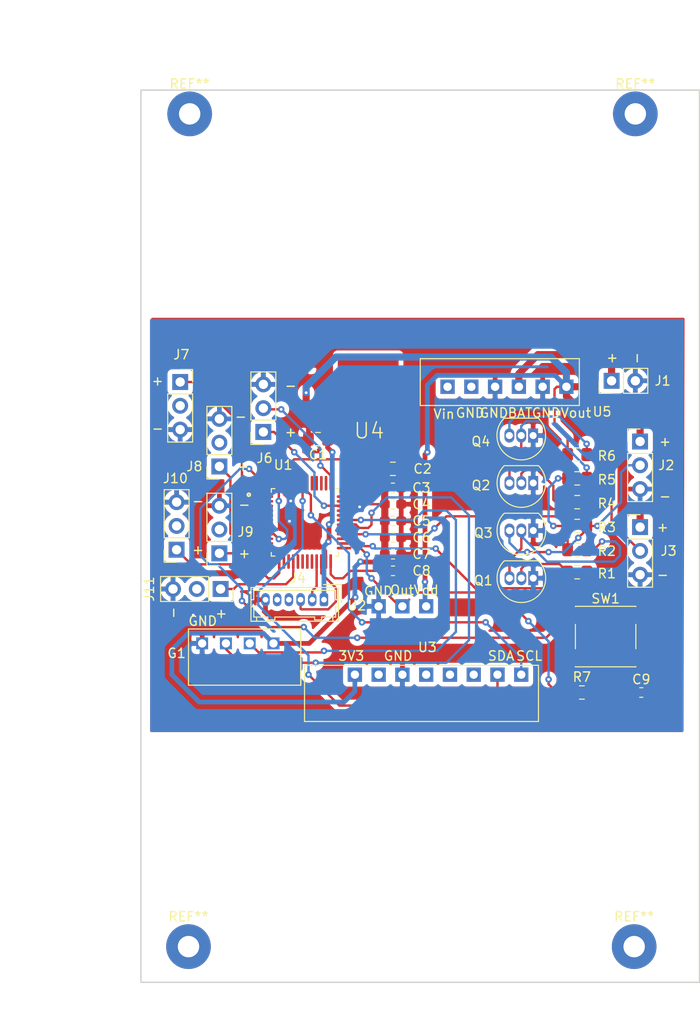
<source format=kicad_pcb>
(kicad_pcb (version 20171130) (host pcbnew "(5.1.12)-1")
  (title_block (title "PCB Template") (company "Illini Solar Car") (comment 1 "Designed By:"))
  (layers (0 F.Cu signal) (31 B.Cu signal) (34 B.Paste user) (35 F.Paste user) (36 B.SilkS user) (37 F.SilkS user) (38 B.Mask user) (39 F.Mask user) (44 Edge.Cuts user))
  (net 0 "")
  (net 1 GND)
  (net 2 +5V)
  (net 3 +3V3)
  (net 4 PA9)
  (net 5 PA10)
  (net 6 +3V8)
  (net 7 "Net-(J2-Pad2)")
  (net 8 "Net-(J3-Pad2)")
  (net 9 PA0)
  (net 10 PA1)
  (net 11 NRST)
  (net 12 PA14)
  (net 13 PA13)
  (net 14 "Net-(Q1-Pad3)")
  (net 15 "Net-(Q1-Pad2)")
  (net 16 "Net-(Q2-Pad3)")
  (net 17 "Net-(Q2-Pad2)")
  (net 18 PB14)
  (net 19 PB15)
  (net 20 PB7)
  (net 21 PB6)
  (net 22 PB13)
  (net 23 TX)
  (net 24 RX)
  (net 25 PA2)
  (net 26 PA3)
  (net 27 PA6)
  (module MountingHole:MountingHole_2.2mm_M2 (layer F.Cu) (at 114.427 66.04)
    (fp_text reference REF** (at 0 -3.2) (layer F.SilkS))
    (fp_text value MountingHole_2.2mm_M2)
    (pad "" np_thru_hole circle (at 0 0) (size 4.7752 4.7752) (drill 2.286) (layers *.Cu *.Mask))
  )
  (module MountingHole:MountingHole_2.2mm_M2 (layer F.Cu) (at 162.052 66.04)
    (fp_text reference REF** (at 0 -3.2) (layer F.SilkS))
    (fp_text value MountingHole_2.2mm_M2)
    (pad "" np_thru_hole circle (at 0 0) (size 4.7752 4.7752) (drill 2.286) (layers *.Cu *.Mask))
  )
  (module MountingHole:MountingHole_2.2mm_M2 (layer F.Cu) (at 161.925 154.94)
    (fp_text reference REF** (at 0 -3.2) (layer F.SilkS))
    (fp_text value MountingHole_2.2mm_M2)
    (pad "" np_thru_hole circle (at 0 0) (size 4.7752 4.7752) (drill 2.286) (layers *.Cu *.Mask))
  )
  (module MountingHole:MountingHole_2.2mm_M2 (layer F.Cu) (at 114.3 154.94)
    (fp_text reference REF** (at 0 -3.2) (layer F.SilkS))
    (fp_text value MountingHole_2.2mm_M2)
    (pad "" np_thru_hole circle (at 0 0) (size 4.7752 4.7752) (drill 2.286) (layers *.Cu *.Mask))
  )
  (module components_ece445:3v7_to_5V_boost (layer F.Cu) (at 147.066 95.171 180)
    (fp_text reference U5 (at -11.43 -2.667) (layer F.SilkS))
    (fp_text value 3v7_to_5V_boost)
    (fp_text user Vout (at -8.636 -2.794 180) (layer F.SilkS))
    (fp_text user BAT (at -2.667 -2.794 180) (layer F.SilkS))
    (fp_text user GND (at -5.461 -2.794 180) (layer F.SilkS))
    (fp_text user GND (at 0.127 -2.794 180) (layer F.SilkS))
    (fp_text user GND (at 2.667 -2.794 180) (layer F.SilkS))
    (fp_text user Vin (at 5.461 -2.921 180) (layer F.SilkS))
    (pad 6 thru_hole rect (at -7.62 0 180) (size 1.524 1.524) (drill 0.9) (layers *.Cu *.Mask) (net 2 +5V))
    (pad 5 thru_hole rect (at -5.08 0 180) (size 1.524 1.524) (drill 0.9) (layers *.Cu *.Mask) (net 1 GND))
    (pad 4 thru_hole rect (at -2.54 0 180) (size 1.524 1.524) (drill 0.9) (layers *.Cu *.Mask) (net 6 +3V8))
    (pad 3 thru_hole rect (at 0 0 180) (size 1.524 1.524) (drill 0.9) (layers *.Cu *.Mask) (net 1 GND))
    (pad 2 thru_hole rect (at 2.54 0 180) (size 1.524 1.524) (drill 0.9) (layers *.Cu *.Mask))
    (pad 1 thru_hole rect (at 5.08 0 180) (size 1.524 1.524) (drill 0.9) (layers *.Cu *.Mask))
  )
  (module Connector_Hirose:Hirose_DF13-06P-1.25DSA_1x06_P1.25mm_Vertical (layer F.Cu) (at 128.778 117.904 180)
    (fp_text reference J4 (at 2.794 2.286) (layer F.SilkS))
    (fp_text value Conn_01x06)
    (pad 6 thru_hole oval (at 6.25 0 180) (size 0.9 1.4) (drill 0.6) (layers *.Cu *.Mask) (net 1 GND))
    (pad 5 thru_hole oval (at 5 0 180) (size 0.9 1.4) (drill 0.6) (layers *.Cu *.Mask))
    (pad 4 thru_hole oval (at 3.75 0 180) (size 0.9 1.4) (drill 0.6) (layers *.Cu *.Mask))
    (pad 3 thru_hole oval (at 2.5 0 180) (size 0.9 1.4) (drill 0.6) (layers *.Cu *.Mask) (net 23 TX))
    (pad 2 thru_hole oval (at 1.25 0 180) (size 0.9 1.4) (drill 0.6) (layers *.Cu *.Mask) (net 24 RX))
    (pad 1 thru_hole roundrect (at 0 0 180) (size 0.9 1.4) (drill 0.6) (layers *.Cu *.Mask) (net 2 +5V))
  )
  (module components_ece445:GPS_NEO_6M_module (layer F.Cu) (at 118.3 120.03)
    (fp_text reference G1 (at -5.27 3.589) (layer F.SilkS))
    (fp_text value GPS_NEO_6M_module)
    (fp_text user GND (at -2.476 0.16) (layer F.SilkS))
    (pad 4 thru_hole rect (at -2.54 2.54) (size 1.27 1.27) (drill 0.889) (layers *.Cu *.Mask) (net 1 GND))
    (pad 3 thru_hole rect (at 0 2.54) (size 1.27 1.27) (drill 0.889) (layers *.Cu *.Mask) (net 4 PA9))
    (pad 2 thru_hole rect (at 2.54 2.54) (size 1.27 1.27) (drill 0.889) (layers *.Cu *.Mask) (net 5 PA10))
    (pad 1 thru_hole rect (at 5.08 2.54) (size 1.27 1.27) (drill 0.889) (layers *.Cu *.Mask) (net 3 +3V3))
  )
  (module Resistor_SMD:R_0805_2012Metric_Pad1.15x1.40mm_HandSolder (layer F.Cu) (at 156.337 127.81)
    (fp_text reference R7 (at 0 -1.65) (layer F.SilkS))
    (fp_text value 10K)
    (pad 2 smd roundrect (at 1.025 0) (size 1.15 1.4) (layers F.Cu F.Paste F.Mask) (roundrect_rratio 0.2173904347826087) (net 11 NRST))
    (pad 1 smd roundrect (at -1.025 0) (size 1.15 1.4) (layers F.Cu F.Paste F.Mask) (roundrect_rratio 0.2173904347826087) (net 3 +3V3))
  )
  (module Resistor_SMD:R_0805_2012Metric_Pad1.15x1.40mm_HandSolder (layer F.Cu) (at 155.84 102.41)
    (fp_text reference R6 (at 3.164 0.142) (layer F.SilkS))
    (fp_text value 1K)
    (pad 2 smd roundrect (at 1.025 0) (size 1.15 1.4) (layers F.Cu F.Paste F.Mask) (roundrect_rratio 0.2173904347826087) (net 8 "Net-(J3-Pad2)"))
    (pad 1 smd roundrect (at -1.025 0) (size 1.15 1.4) (layers F.Cu F.Paste F.Mask) (roundrect_rratio 0.2173904347826087) (net 2 +5V))
  )
  (module Resistor_SMD:R_0805_2012Metric_Pad1.15x1.40mm_HandSolder (layer F.Cu) (at 155.84 104.95)
    (fp_text reference R5 (at 3.164 0.142) (layer F.SilkS))
    (fp_text value 4.7K)
    (pad 2 smd roundrect (at 1.025 0) (size 1.15 1.4) (layers F.Cu F.Paste F.Mask) (roundrect_rratio 0.2173904347826087) (net 16 "Net-(Q2-Pad3)"))
    (pad 1 smd roundrect (at -1.025 0) (size 1.15 1.4) (layers F.Cu F.Paste F.Mask) (roundrect_rratio 0.2173904347826087) (net 2 +5V))
  )
  (module Resistor_SMD:R_0805_2012Metric_Pad1.15x1.40mm_HandSolder (layer F.Cu) (at 155.84 107.49)
    (fp_text reference R4 (at 3.164 0.142) (layer F.SilkS))
    (fp_text value 4.7K)
    (pad 2 smd roundrect (at 1.025 0) (size 1.15 1.4) (layers F.Cu F.Paste F.Mask) (roundrect_rratio 0.2173904347826087) (net 19 PB15))
    (pad 1 smd roundrect (at -1.025 0) (size 1.15 1.4) (layers F.Cu F.Paste F.Mask) (roundrect_rratio 0.2173904347826087) (net 17 "Net-(Q2-Pad2)"))
  )
  (module Resistor_SMD:R_0805_2012Metric_Pad1.15x1.40mm_HandSolder (layer F.Cu) (at 155.84 110.03)
    (fp_text reference R3 (at 3.164 0.142) (layer F.SilkS))
    (fp_text value 1K)
    (pad 2 smd roundrect (at 1.025 0) (size 1.15 1.4) (layers F.Cu F.Paste F.Mask) (roundrect_rratio 0.2173904347826087) (net 7 "Net-(J2-Pad2)"))
    (pad 1 smd roundrect (at -1.025 0) (size 1.15 1.4) (layers F.Cu F.Paste F.Mask) (roundrect_rratio 0.2173904347826087) (net 2 +5V))
  )
  (module Resistor_SMD:R_0805_2012Metric_Pad1.15x1.40mm_HandSolder (layer F.Cu) (at 155.84 112.57)
    (fp_text reference R2 (at 3.164 0.142) (layer F.SilkS))
    (fp_text value 4.7K)
    (pad 2 smd roundrect (at 1.025 0) (size 1.15 1.4) (layers F.Cu F.Paste F.Mask) (roundrect_rratio 0.2173904347826087) (net 14 "Net-(Q1-Pad3)"))
    (pad 1 smd roundrect (at -1.025 0) (size 1.15 1.4) (layers F.Cu F.Paste F.Mask) (roundrect_rratio 0.2173904347826087) (net 2 +5V))
  )
  (module Resistor_SMD:R_0805_2012Metric_Pad1.15x1.40mm_HandSolder (layer F.Cu) (at 155.84 114.968)
    (fp_text reference R1 (at 3.164 0.142) (layer F.SilkS))
    (fp_text value 4.7K)
    (pad 2 smd roundrect (at 1.025 0) (size 1.15 1.4) (layers F.Cu F.Paste F.Mask) (roundrect_rratio 0.2173904347826087) (net 18 PB14))
    (pad 1 smd roundrect (at -1.025 0) (size 1.15 1.4) (layers F.Cu F.Paste F.Mask) (roundrect_rratio 0.2173904347826087) (net 15 "Net-(Q1-Pad2)"))
  )
  (module components_ece445:compass_accelerometer (layer F.Cu) (at 139.7 125.905)
    (fp_text reference U3 (at 0.127 -2.921) (layer F.SilkS))
    (fp_text value compass_accelerometer)
    (fp_text user SCL (at 11 -2) (layer F.SilkS))
    (fp_text user SDA (at 8 -2) (layer F.SilkS))
    (fp_text user 3V3 (at -8 -2) (layer F.SilkS))
    (fp_text user GND (at -3 -2) (layer F.SilkS))
    (pad 2 thru_hole rect (at 10.16 0) (size 1.524 1.524) (drill 0.889) (layers *.Cu *.Mask) (net 21 PB6))
    (pad 3 thru_hole rect (at 7.62 0) (size 1.524 1.524) (drill 0.889) (layers *.Cu *.Mask) (net 20 PB7))
    (pad 4 thru_hole rect (at 5.08 0) (size 1.524 1.524) (drill 0.889) (layers *.Cu *.Mask))
    (pad 5 thru_hole rect (at 2.54 0) (size 1.524 1.524) (drill 0.889) (layers *.Cu *.Mask))
    (pad 6 thru_hole rect (at 0 0) (size 1.524 1.524) (drill 0.889) (layers *.Cu *.Mask))
    (pad 7 thru_hole rect (at -2.54 0) (size 1.524 1.524) (drill 0.889) (layers *.Cu *.Mask) (net 1 GND))
    (pad 8 thru_hole rect (at -5.08 0) (size 1.524 1.524) (drill 0.889) (layers *.Cu *.Mask))
    (pad 1 thru_hole rect (at -7.62 0) (size 1.524 1.524) (drill 0.889) (layers *.Cu *.Mask) (net 3 +3V3))
  )
  (module Connector_PinSocket_2.54mm:PinSocket_1x03_P2.54mm_Vertical (layer F.Cu) (at 117.729 116.761 270)
    (fp_text reference J11 (at 0 7.62 90) (layer F.SilkS))
    (fp_text value Conn_01x03-Connector_Generic)
    (fp_text user + (at 2.667 0 270) (layer F.SilkS))
    (fp_text user - (at 2.54 5.08 270) (layer F.SilkS))
    (pad 1 thru_hole rect (at 0 0 270) (size 1.7 1.7) (drill 1) (layers *.Cu *.Mask) (net 27 PA6))
    (pad 2 thru_hole oval (at 0 2.54 270) (size 1.7 1.7) (drill 1) (layers *.Cu *.Mask))
    (pad 3 thru_hole oval (at 0 5.08 270) (size 1.7 1.7) (drill 1) (layers *.Cu *.Mask) (net 1 GND))
  )
  (module Connector_PinSocket_2.54mm:PinSocket_1x03_P2.54mm_Vertical (layer F.Cu) (at 113.03 112.57 180)
    (fp_text reference J10 (at 0.127 7.62) (layer F.SilkS))
    (fp_text value Conn_01x03-Connector_Generic)
    (fp_text user + (at -2.286 0 180) (layer F.SilkS))
    (fp_text user - (at -2.286 5.207 180) (layer F.SilkS))
    (pad 1 thru_hole rect (at 0 0 180) (size 1.7 1.7) (drill 1) (layers *.Cu *.Mask) (net 26 PA3))
    (pad 2 thru_hole oval (at 0 2.54 180) (size 1.7 1.7) (drill 1) (layers *.Cu *.Mask))
    (pad 3 thru_hole oval (at 0 5.08 180) (size 1.7 1.7) (drill 1) (layers *.Cu *.Mask) (net 1 GND))
  )
  (module Connector_PinSocket_2.54mm:PinSocket_1x03_P2.54mm_Vertical (layer F.Cu) (at 117.602 112.951 180)
    (fp_text reference J9 (at -2.794 2.286) (layer F.SilkS))
    (fp_text value Conn_01x03-Connector_Generic)
    (fp_text user + (at -2.667 0 180) (layer F.SilkS))
    (fp_text user - (at -2.667 5.207 180) (layer F.SilkS))
    (pad 1 thru_hole rect (at 0 0 180) (size 1.7 1.7) (drill 1) (layers *.Cu *.Mask) (net 25 PA2))
    (pad 2 thru_hole oval (at 0 2.54 180) (size 1.7 1.7) (drill 1) (layers *.Cu *.Mask))
    (pad 3 thru_hole oval (at 0 5.08 180) (size 1.7 1.7) (drill 1) (layers *.Cu *.Mask) (net 1 GND))
  )
  (module Connector_PinSocket_2.54mm:PinSocket_1x03_P2.54mm_Vertical (layer F.Cu) (at 117.602 103.68 180)
    (fp_text reference J8 (at 2.667 0) (layer F.SilkS))
    (fp_text value Conn_01x03-Connector_Generic)
    (fp_text user + (at -2.54 0 180) (layer F.SilkS))
    (fp_text user - (at -2.286 5.334 180) (layer F.SilkS))
    (pad 1 thru_hole rect (at 0 0 180) (size 1.7 1.7) (drill 1) (layers *.Cu *.Mask) (net 10 PA1))
    (pad 2 thru_hole oval (at 0 2.54 180) (size 1.7 1.7) (drill 1) (layers *.Cu *.Mask))
    (pad 3 thru_hole oval (at 0 5.08 180) (size 1.7 1.7) (drill 1) (layers *.Cu *.Mask) (net 1 GND))
  )
  (module Connector_PinSocket_2.54mm:PinSocket_1x03_P2.54mm_Vertical (layer F.Cu) (at 113.411 94.663)
    (fp_text reference J7 (at 0.127 -2.921) (layer F.SilkS))
    (fp_text value Conn_01x03-Connector_Generic)
    (fp_text user + (at -2.413 -0.127) (layer F.SilkS))
    (fp_text user - (at -2.413 4.953) (layer F.SilkS))
    (pad 1 thru_hole rect (at 0 0) (size 1.7 1.7) (drill 1) (layers *.Cu *.Mask) (net 9 PA0))
    (pad 2 thru_hole oval (at 0 2.54) (size 1.7 1.7) (drill 1) (layers *.Cu *.Mask))
    (pad 3 thru_hole oval (at 0 5.08) (size 1.7 1.7) (drill 1) (layers *.Cu *.Mask) (net 1 GND))
  )
  (module Connector_PinSocket_2.54mm:PinSocket_1x03_P2.54mm_Vertical (layer F.Cu) (at 122.301 99.997 180)
    (fp_text reference J6 (at -0.127 -2.794) (layer F.SilkS))
    (fp_text value Conn_01x03-Connector_Generic)
    (fp_text user + (at -2.921 0 180) (layer F.SilkS))
    (fp_text user - (at -2.921 4.953 180) (layer F.SilkS))
    (pad 3 thru_hole oval (at 0 5.08 180) (size 1.7 1.7) (drill 1) (layers *.Cu *.Mask) (net 1 GND))
    (pad 2 thru_hole oval (at 0 2.54 180) (size 1.7 1.7) (drill 1) (layers *.Cu *.Mask) (net 12 PA14))
    (pad 1 thru_hole rect (at 0 0 180) (size 1.7 1.7) (drill 1) (layers *.Cu *.Mask) (net 13 PA13))
  )
  (module LM1117DT-3_1:TO228P970X238-3N (layer F.Cu) (at 133.35 95.171 270)
    (fp_text reference U4 (at 4.699 -0.254) (layer F.SilkS) (effects (font (size 1.642622 1.642622))))
    (fp_text value LM1117-3.3)
    (pad 2 smd rect (at 0 -0.1524 270) (size 6.731 6.5024) (layers F.Cu F.Paste F.Mask) (net 3 +3V3))
    (pad 3 smd rect (at 2.286 6.5024 270) (size 0.889 1.2192) (layers F.Cu F.Paste F.Mask) (net 2 +5V))
    (pad 1 smd rect (at -2.286 6.5024 270) (size 0.889 1.2192) (layers F.Cu F.Paste F.Mask) (net 1 GND))
  )
  (module components_ece445:shaft_encoder (layer F.Cu) (at 137.16 118.61266)
    (fp_text reference U2 (at -4.86156 -0.07366) (layer F.SilkS))
    (fp_text value Shaft_encoder)
    (fp_text user GND (at -2.57556 -1.59766) (layer F.SilkS))
    (fp_text user Out (at -0.03556 -1.72466) (layer F.SilkS))
    (fp_text user Vdd (at 2.54 -1.72466) (layer F.SilkS))
    (pad 3 thru_hole rect (at -2.54 0) (size 1.524 1.524) (drill 0.889) (layers *.Cu *.Mask) (net 1 GND))
    (pad 2 thru_hole rect (at 0 0) (size 1.524 1.524) (drill 0.889) (layers *.Cu *.Mask) (net 22 PB13))
    (pad 1 thru_hole rect (at 2.54 0) (size 1.524 1.524) (drill 0.889) (layers *.Cu *.Mask) (net 2 +5V))
  )
  (module STM32F103C8T6:QFP50P900X900X160-48N (layer F.Cu) (at 126.746 109.649)
    (fp_text reference U1 (at -2.325 -6.135) (layer F.SilkS))
    (fp_text value STM32F103C8T6)
    (pad 1 smd roundrect (at -4.18 -2.75 90) (size 0.28 1.56) (layers F.Cu F.Paste F.Mask) (roundrect_rratio 0.39))
    (pad 2 smd roundrect (at -4.18 -2.25 90) (size 0.28 1.56) (layers F.Cu F.Paste F.Mask) (roundrect_rratio 0.39))
    (pad 3 smd roundrect (at -4.18 -1.75 90) (size 0.28 1.56) (layers F.Cu F.Paste F.Mask) (roundrect_rratio 0.39))
    (pad 4 smd roundrect (at -4.18 -1.25 90) (size 0.28 1.56) (layers F.Cu F.Paste F.Mask) (roundrect_rratio 0.39))
    (pad 5 smd roundrect (at -4.18 -0.75 90) (size 0.28 1.56) (layers F.Cu F.Paste F.Mask) (roundrect_rratio 0.39))
    (pad 6 smd roundrect (at -4.18 -0.25 90) (size 0.28 1.56) (layers F.Cu F.Paste F.Mask) (roundrect_rratio 0.39))
    (pad 7 smd roundrect (at -4.18 0.25 90) (size 0.28 1.56) (layers F.Cu F.Paste F.Mask) (roundrect_rratio 0.39) (net 11 NRST))
    (pad 8 smd roundrect (at -4.18 0.75 90) (size 0.28 1.56) (layers F.Cu F.Paste F.Mask) (roundrect_rratio 0.39) (net 1 GND))
    (pad 9 smd roundrect (at -4.18 1.25 90) (size 0.28 1.56) (layers F.Cu F.Paste F.Mask) (roundrect_rratio 0.39) (net 3 +3V3))
    (pad 10 smd roundrect (at -4.18 1.75 90) (size 0.28 1.56) (layers F.Cu F.Paste F.Mask) (roundrect_rratio 0.39) (net 9 PA0))
    (pad 11 smd roundrect (at -4.18 2.25 90) (size 0.28 1.56) (layers F.Cu F.Paste F.Mask) (roundrect_rratio 0.39) (net 10 PA1))
    (pad 12 smd roundrect (at -4.18 2.75 90) (size 0.28 1.56) (layers F.Cu F.Paste F.Mask) (roundrect_rratio 0.39) (net 25 PA2))
    (pad 13 smd roundrect (at -2.75 4.18) (size 0.28 1.56) (layers F.Cu F.Paste F.Mask) (roundrect_rratio 0.39) (net 26 PA3))
    (pad 14 smd roundrect (at -2.25 4.18) (size 0.28 1.56) (layers F.Cu F.Paste F.Mask) (roundrect_rratio 0.39))
    (pad 15 smd roundrect (at -1.75 4.18) (size 0.28 1.56) (layers F.Cu F.Paste F.Mask) (roundrect_rratio 0.39))
    (pad 16 smd roundrect (at -1.25 4.18) (size 0.28 1.56) (layers F.Cu F.Paste F.Mask) (roundrect_rratio 0.39) (net 27 PA6))
    (pad 17 smd roundrect (at -0.75 4.18) (size 0.28 1.56) (layers F.Cu F.Paste F.Mask) (roundrect_rratio 0.39))
    (pad 18 smd roundrect (at -0.25 4.18) (size 0.28 1.56) (layers F.Cu F.Paste F.Mask) (roundrect_rratio 0.39))
    (pad 19 smd roundrect (at 0.25 4.18) (size 0.28 1.56) (layers F.Cu F.Paste F.Mask) (roundrect_rratio 0.39))
    (pad 20 smd roundrect (at 0.75 4.18) (size 0.28 1.56) (layers F.Cu F.Paste F.Mask) (roundrect_rratio 0.39))
    (pad 21 smd roundrect (at 1.25 4.18) (size 0.28 1.56) (layers F.Cu F.Paste F.Mask) (roundrect_rratio 0.39) (net 24 RX))
    (pad 22 smd roundrect (at 1.75 4.18) (size 0.28 1.56) (layers F.Cu F.Paste F.Mask) (roundrect_rratio 0.39) (net 23 TX))
    (pad 23 smd roundrect (at 2.25 4.18) (size 0.28 1.56) (layers F.Cu F.Paste F.Mask) (roundrect_rratio 0.39) (net 1 GND))
    (pad 24 smd roundrect (at 2.75 4.18) (size 0.28 1.56) (layers F.Cu F.Paste F.Mask) (roundrect_rratio 0.39) (net 3 +3V3))
    (pad 25 smd roundrect (at 4.18 2.75 90) (size 0.28 1.56) (layers F.Cu F.Paste F.Mask) (roundrect_rratio 0.39))
    (pad 26 smd roundrect (at 4.18 2.25 90) (size 0.28 1.56) (layers F.Cu F.Paste F.Mask) (roundrect_rratio 0.39) (net 22 PB13))
    (pad 27 smd roundrect (at 4.18 1.75 90) (size 0.28 1.56) (layers F.Cu F.Paste F.Mask) (roundrect_rratio 0.39) (net 18 PB14))
    (pad 28 smd roundrect (at 4.18 1.25 90) (size 0.28 1.56) (layers F.Cu F.Paste F.Mask) (roundrect_rratio 0.39) (net 19 PB15))
    (pad 29 smd roundrect (at 4.18 0.75 90) (size 0.28 1.56) (layers F.Cu F.Paste F.Mask) (roundrect_rratio 0.39))
    (pad 30 smd roundrect (at 4.18 0.25 90) (size 0.28 1.56) (layers F.Cu F.Paste F.Mask) (roundrect_rratio 0.39) (net 4 PA9))
    (pad 31 smd roundrect (at 4.18 -0.25 90) (size 0.28 1.56) (layers F.Cu F.Paste F.Mask) (roundrect_rratio 0.39) (net 5 PA10))
    (pad 32 smd roundrect (at 4.18 -0.75 90) (size 0.28 1.56) (layers F.Cu F.Paste F.Mask) (roundrect_rratio 0.39))
    (pad 33 smd roundrect (at 4.18 -1.25 90) (size 0.28 1.56) (layers F.Cu F.Paste F.Mask) (roundrect_rratio 0.39))
    (pad 34 smd roundrect (at 4.18 -1.75 90) (size 0.28 1.56) (layers F.Cu F.Paste F.Mask) (roundrect_rratio 0.39) (net 13 PA13))
    (pad 35 smd roundrect (at 4.18 -2.25 90) (size 0.28 1.56) (layers F.Cu F.Paste F.Mask) (roundrect_rratio 0.39) (net 1 GND))
    (pad 36 smd roundrect (at 4.18 -2.75 90) (size 0.28 1.56) (layers F.Cu F.Paste F.Mask) (roundrect_rratio 0.39) (net 3 +3V3))
    (pad 37 smd roundrect (at 2.75 -4.18) (size 0.28 1.56) (layers F.Cu F.Paste F.Mask) (roundrect_rratio 0.39) (net 12 PA14))
    (pad 38 smd roundrect (at 2.25 -4.18) (size 0.28 1.56) (layers F.Cu F.Paste F.Mask) (roundrect_rratio 0.39))
    (pad 39 smd roundrect (at 1.75 -4.18) (size 0.28 1.56) (layers F.Cu F.Paste F.Mask) (roundrect_rratio 0.39))
    (pad 40 smd roundrect (at 1.25 -4.18) (size 0.28 1.56) (layers F.Cu F.Paste F.Mask) (roundrect_rratio 0.39))
    (pad 41 smd roundrect (at 0.75 -4.18) (size 0.28 1.56) (layers F.Cu F.Paste F.Mask) (roundrect_rratio 0.39))
    (pad 42 smd roundrect (at 0.25 -4.18) (size 0.28 1.56) (layers F.Cu F.Paste F.Mask) (roundrect_rratio 0.39) (net 21 PB6))
    (pad 43 smd roundrect (at -0.25 -4.18) (size 0.28 1.56) (layers F.Cu F.Paste F.Mask) (roundrect_rratio 0.39) (net 20 PB7))
    (pad 44 smd roundrect (at -0.75 -4.18) (size 0.28 1.56) (layers F.Cu F.Paste F.Mask) (roundrect_rratio 0.39) (net 1 GND))
    (pad 45 smd roundrect (at -1.25 -4.18) (size 0.28 1.56) (layers F.Cu F.Paste F.Mask) (roundrect_rratio 0.39))
    (pad 46 smd roundrect (at -1.75 -4.18) (size 0.28 1.56) (layers F.Cu F.Paste F.Mask) (roundrect_rratio 0.39))
    (pad 47 smd roundrect (at -2.25 -4.18) (size 0.28 1.56) (layers F.Cu F.Paste F.Mask) (roundrect_rratio 0.39) (net 1 GND))
    (pad 48 smd roundrect (at -2.75 -4.18) (size 0.28 1.56) (layers F.Cu F.Paste F.Mask) (roundrect_rratio 0.39) (net 3 +3V3))
  )
  (module Button_Switch_SMD:SW_SPST_PTS645 (layer F.Cu) (at 158.877 121.841)
    (fp_text reference SW1 (at 0 -4.05) (layer F.SilkS))
    (fp_text value SW_Push)
    (pad 2 smd rect (at 3.98 2.25) (size 1.55 1.3) (layers F.Cu F.Paste F.Mask) (net 1 GND))
    (pad 1 smd rect (at 3.98 -2.25) (size 1.55 1.3) (layers F.Cu F.Paste F.Mask) (net 11 NRST))
    (pad 1 smd rect (at -3.98 -2.25) (size 1.55 1.3) (layers F.Cu F.Paste F.Mask) (net 11 NRST))
    (pad 2 smd rect (at -3.98 2.25) (size 1.55 1.3) (layers F.Cu F.Paste F.Mask) (net 1 GND))
  )
  (module Package_TO_SOT_THT:TO-92_Inline (layer F.Cu) (at 151.13 100.378 180)
    (fp_text reference Q4 (at 5.588 -0.635) (layer F.SilkS))
    (fp_text value 2N3904)
    (pad 1 thru_hole rect (at 0 0 180) (size 1.05 1.5) (drill 0.75) (layers *.Cu *.Mask) (net 1 GND))
    (pad 3 thru_hole oval (at 2.54 0 180) (size 1.05 1.5) (drill 0.75) (layers *.Cu *.Mask) (net 8 "Net-(J3-Pad2)"))
    (pad 2 thru_hole oval (at 1.27 0 180) (size 1.05 1.5) (drill 0.75) (layers *.Cu *.Mask) (net 16 "Net-(Q2-Pad3)"))
  )
  (module Package_TO_SOT_THT:TO-92_Inline (layer F.Cu) (at 151.141 110.523 180)
    (fp_text reference Q3 (at 5.334 -0.254) (layer F.SilkS))
    (fp_text value 2N3904)
    (pad 1 thru_hole rect (at 0 0 180) (size 1.05 1.5) (drill 0.75) (layers *.Cu *.Mask) (net 1 GND))
    (pad 3 thru_hole oval (at 2.54 0 180) (size 1.05 1.5) (drill 0.75) (layers *.Cu *.Mask) (net 7 "Net-(J2-Pad2)"))
    (pad 2 thru_hole oval (at 1.27 0 180) (size 1.05 1.5) (drill 0.75) (layers *.Cu *.Mask) (net 14 "Net-(Q1-Pad3)"))
  )
  (module Package_TO_SOT_THT:TO-92_Inline (layer F.Cu) (at 151.141 105.443 180)
    (fp_text reference Q2 (at 5.588 -0.254) (layer F.SilkS))
    (fp_text value 2N3904)
    (pad 1 thru_hole rect (at 0 0 180) (size 1.05 1.5) (drill 0.75) (layers *.Cu *.Mask) (net 1 GND))
    (pad 3 thru_hole oval (at 2.54 0 180) (size 1.05 1.5) (drill 0.75) (layers *.Cu *.Mask) (net 16 "Net-(Q2-Pad3)"))
    (pad 2 thru_hole oval (at 1.27 0 180) (size 1.05 1.5) (drill 0.75) (layers *.Cu *.Mask) (net 17 "Net-(Q2-Pad2)"))
  )
  (module Package_TO_SOT_THT:TO-92_Inline (layer F.Cu) (at 151.141 115.603 180)
    (fp_text reference Q1 (at 5.334 -0.254) (layer F.SilkS))
    (fp_text value 2N3904)
    (pad 1 thru_hole rect (at 0 0 180) (size 1.05 1.5) (drill 0.75) (layers *.Cu *.Mask) (net 1 GND))
    (pad 3 thru_hole oval (at 2.54 0 180) (size 1.05 1.5) (drill 0.75) (layers *.Cu *.Mask) (net 14 "Net-(Q1-Pad3)"))
    (pad 2 thru_hole oval (at 1.27 0 180) (size 1.05 1.5) (drill 0.75) (layers *.Cu *.Mask) (net 15 "Net-(Q1-Pad2)"))
  )
  (module Connector_PinHeader_2.54mm:PinHeader_1x03_P2.54mm_Vertical (layer F.Cu) (at 162.56 110.157)
    (fp_text reference J3 (at 3.048 2.54) (layer F.SilkS))
    (fp_text value Conn_01x03)
    (fp_text user + (at 2.413 0) (layer F.SilkS))
    (fp_text user - (at 2.413 5.08) (layer F.SilkS))
    (pad 3 thru_hole oval (at 0 5.08) (size 1.7 1.7) (drill 1) (layers *.Cu *.Mask) (net 1 GND))
    (pad 2 thru_hole oval (at 0 2.54) (size 1.7 1.7) (drill 1) (layers *.Cu *.Mask) (net 8 "Net-(J3-Pad2)"))
    (pad 1 thru_hole rect (at 0 0) (size 1.7 1.7) (drill 1) (layers *.Cu *.Mask) (net 2 +5V))
  )
  (module Connector_PinHeader_2.54mm:PinHeader_1x03_P2.54mm_Vertical (layer F.Cu) (at 162.56 101.013)
    (fp_text reference J2 (at 2.794 2.54) (layer F.SilkS))
    (fp_text value Conn_01x03)
    (fp_text user + (at 2.667 0) (layer F.SilkS))
    (fp_text user - (at 2.667 5.842) (layer F.SilkS))
    (pad 3 thru_hole oval (at 0 5.08) (size 1.7 1.7) (drill 1) (layers *.Cu *.Mask) (net 1 GND))
    (pad 2 thru_hole oval (at 0 2.54) (size 1.7 1.7) (drill 1) (layers *.Cu *.Mask) (net 7 "Net-(J2-Pad2)"))
    (pad 1 thru_hole rect (at 0 0) (size 1.7 1.7) (drill 1) (layers *.Cu *.Mask) (net 2 +5V))
  )
  (module Connector_PinHeader_2.54mm:PinHeader_1x02_P2.54mm_Vertical (layer F.Cu) (at 159.512 94.536 90)
    (fp_text reference J1 (at 0 5.461 180) (layer F.SilkS))
    (fp_text value Conn_01x02)
    (fp_text user + (at 2.413 0 90) (layer F.SilkS))
    (fp_text user - (at 2.413 2.667 90) (layer F.SilkS))
    (pad 2 thru_hole oval (at 0 2.54 90) (size 1.7 1.7) (drill 1) (layers *.Cu *.Mask) (net 1 GND))
    (pad 1 thru_hole rect (at 0 0 90) (size 1.7 1.7) (drill 1) (layers *.Cu *.Mask) (net 6 +3V8))
  )
  (module Capacitor_SMD:C_0603_1608Metric_Pad1.05x0.95mm_HandSolder (layer F.Cu) (at 162.687 127.81)
    (fp_text reference C9 (at 0 -1.397) (layer F.SilkS))
    (fp_text value 100nF)
    (pad 2 smd roundrect (at 0.875 0) (size 1.05 0.95) (layers F.Cu F.Paste F.Mask) (net 1 GND))
    (pad 1 smd roundrect (at -0.875 0) (size 1.05 0.95) (layers F.Cu F.Paste F.Mask) (net 11 NRST))
  )
  (module Capacitor_SMD:C_0603_1608Metric_Pad1.05x0.95mm_HandSolder (layer F.Cu) (at 136.15586 114.82274)
    (fp_text reference C8 (at 3.048 0) (layer F.SilkS))
    (fp_text value 100nF)
    (pad 2 smd roundrect (at 0.875 0) (size 1.05 0.95) (layers F.Cu F.Paste F.Mask) (net 1 GND))
    (pad 1 smd roundrect (at -0.875 0) (size 1.05 0.95) (layers F.Cu F.Paste F.Mask) (net 3 +3V3))
  )
  (module Capacitor_SMD:C_0603_1608Metric_Pad1.05x0.95mm_HandSolder (layer F.Cu) (at 136.15586 113.04474)
    (fp_text reference C7 (at 3.048 0) (layer F.SilkS))
    (fp_text value 100nF)
    (pad 2 smd roundrect (at 0.875 0) (size 1.05 0.95) (layers F.Cu F.Paste F.Mask) (net 1 GND))
    (pad 1 smd roundrect (at -0.875 0) (size 1.05 0.95) (layers F.Cu F.Paste F.Mask) (net 3 +3V3))
  )
  (module Capacitor_SMD:C_0603_1608Metric_Pad1.05x0.95mm_HandSolder (layer F.Cu) (at 136.15586 111.26674)
    (fp_text reference C6 (at 3.048 0) (layer F.SilkS))
    (fp_text value 100nF)
    (pad 2 smd roundrect (at 0.875 0) (size 1.05 0.95) (layers F.Cu F.Paste F.Mask) (net 1 GND))
    (pad 1 smd roundrect (at -0.875 0) (size 1.05 0.95) (layers F.Cu F.Paste F.Mask) (net 3 +3V3))
  )
  (module Capacitor_SMD:C_0603_1608Metric_Pad1.05x0.95mm_HandSolder (layer F.Cu) (at 136.15586 109.48874)
    (fp_text reference C5 (at 3.048 0) (layer F.SilkS))
    (fp_text value 100nF)
    (pad 2 smd roundrect (at 0.875 0) (size 1.05 0.95) (layers F.Cu F.Paste F.Mask) (net 1 GND))
    (pad 1 smd roundrect (at -0.875 0) (size 1.05 0.95) (layers F.Cu F.Paste F.Mask) (net 3 +3V3))
  )
  (module Capacitor_SMD:C_0603_1608Metric_Pad1.05x0.95mm_HandSolder (layer F.Cu) (at 136.15586 107.71074)
    (fp_text reference C4 (at 3.048 0) (layer F.SilkS))
    (fp_text value 100nF)
    (pad 2 smd roundrect (at 0.875 0) (size 1.05 0.95) (layers F.Cu F.Paste F.Mask) (net 1 GND))
    (pad 1 smd roundrect (at -0.875 0) (size 1.05 0.95) (layers F.Cu F.Paste F.Mask) (net 3 +3V3))
  )
  (module Capacitor_SMD:C_0603_1608Metric_Pad1.05x0.95mm_HandSolder (layer F.Cu) (at 136.144 105.966)
    (fp_text reference C3 (at 3.048 0) (layer F.SilkS))
    (fp_text value 4.7uF)
    (pad 2 smd roundrect (at 0.875 0) (size 1.05 0.95) (layers F.Cu F.Paste F.Mask) (net 1 GND))
    (pad 1 smd roundrect (at -0.875 0) (size 1.05 0.95) (layers F.Cu F.Paste F.Mask) (net 3 +3V3))
  )
  (module Capacitor_SMD:C_0805_2012Metric_Pad1.15x1.40mm_HandSolder (layer F.Cu) (at 136.144 103.934)
    (fp_text reference C2 (at 3.175 0) (layer F.SilkS))
    (fp_text value 10uF)
    (pad 2 smd roundrect (at 1.025 0) (size 1.15 1.4) (layers F.Cu F.Paste F.Mask) (roundrect_rratio 0.2173904347826087) (net 1 GND))
    (pad 1 smd roundrect (at -1.025 0) (size 1.15 1.4) (layers F.Cu F.Paste F.Mask) (roundrect_rratio 0.2173904347826087) (net 3 +3V3))
  )
  (module Capacitor_SMD:C_0805_2012Metric_Pad1.15x1.40mm_HandSolder (layer F.Cu) (at 128.143 100.759 180)
    (fp_text reference C1 (at 0 -1.65) (layer F.SilkS))
    (fp_text value 10uF)
    (pad 2 smd roundrect (at 1.025 0 180) (size 1.15 1.4) (layers F.Cu F.Paste F.Mask) (roundrect_rratio 0.2173904347826087) (net 1 GND))
    (pad 1 smd roundrect (at -1.025 0 180) (size 1.15 1.4) (layers F.Cu F.Paste F.Mask) (roundrect_rratio 0.2173904347826087) (net 2 +5V))
  )
  (gr_line (start 109.22 158.75) (end 109.22 63.5) (layer Edge.Cuts) (width 0.15))
  (gr_line (start 168.91 158.75) (end 109.22 158.75) (layer Edge.Cuts) (width 0.15))
  (gr_line (start 168.91 63.5) (end 168.91 158.75) (layer Edge.Cuts) (width 0.15))
  (gr_line (start 109.22 63.5) (end 168.91 63.5) (layer Edge.Cuts) (width 0.15))
  (segment (start 125.996 104.650504) (end 125.996 105.469) (width 0.254) (layer F.Cu) (net 1))
  (segment (start 125.707486 104.36199) (end 125.996 104.650504) (width 0.254) (layer F.Cu) (net 1))
  (segment (start 124.784514 104.36199) (end 125.707486 104.36199) (width 0.254) (layer F.Cu) (net 1))
  (segment (start 124.496 104.650504) (end 124.784514 104.36199) (width 0.254) (layer F.Cu) (net 1))
  (segment (start 124.496 105.469) (end 124.496 104.650504) (width 0.254) (layer F.Cu) (net 1))
  (via (at 125.095 109.522) (size 0.7) (drill 0.3) (layers F.Cu B.Cu) (net 1))
  (segment (start 124.25099 110.36601) (end 125.095 109.522) (width 0.254) (layer F.Cu) (net 1))
  (segment (start 122.567 110.399) (end 122.59999 110.36601) (width 0.254) (layer F.Cu) (net 1))
  (segment (start 122.59999 110.36601) (end 124.25099 110.36601) (width 0.254) (layer F.Cu) (net 1))
  (segment (start 122.566 110.399) (end 122.567 110.399) (width 0.254) (layer F.Cu) (net 1))
  (via (at 125.222 107.363) (size 0.7) (drill 0.3) (layers F.Cu B.Cu) (net 1))
  (segment (start 124.496 106.637) (end 124.496 105.469) (width 0.254) (layer F.Cu) (net 1))
  (segment (start 125.222 107.363) (end 124.496 106.637) (width 0.254) (layer F.Cu) (net 1))
  (via (at 132.588 107.998) (size 0.7) (drill 0.3) (layers F.Cu B.Cu) (net 1))
  (segment (start 131.989 107.399) (end 130.926 107.399) (width 0.254) (layer F.Cu) (net 1))
  (segment (start 132.588 107.998) (end 131.989 107.399) (width 0.254) (layer F.Cu) (net 1))
  (segment (start 128.996 112.661) (end 125.857 109.522) (width 0.254) (layer F.Cu) (net 1))
  (segment (start 128.996 113.829) (end 128.996 112.661) (width 0.254) (layer F.Cu) (net 1))
  (segment (start 125.857 109.522) (end 125.095 109.522) (width 0.254) (layer F.Cu) (net 1))
  (via (at 120.904 117.142) (size 0.7) (drill 0.3) (layers F.Cu B.Cu) (net 1))
  (via (at 114.808 119.555) (size 0.7) (drill 0.3) (layers F.Cu B.Cu) (net 1))
  (segment (start 114.808 119.555) (end 119.680922 119.555) (width 0.508) (layer B.Cu) (net 1))
  (segment (start 120.927461 117.165461) (end 120.904 117.142) (width 0.508) (layer B.Cu) (net 1))
  (segment (start 120.927461 118.308461) (end 120.927461 117.165461) (width 0.508) (layer B.Cu) (net 1))
  (segment (start 119.680922 119.555) (end 120.927461 118.308461) (width 0.508) (layer B.Cu) (net 1))
  (segment (start 154.686 95.171) (end 154.686 96.187) (width 0.762) (layer F.Cu) (net 2))
  (segment (start 154.686 96.187) (end 156.591 98.092) (width 0.762) (layer F.Cu) (net 2))
  (segment (start 156.591 98.092) (end 161.544 98.092) (width 0.762) (layer F.Cu) (net 2))
  (segment (start 162.56 99.108) (end 162.56 101.013) (width 0.762) (layer F.Cu) (net 2))
  (segment (start 161.544 98.092) (end 162.56 99.108) (width 0.762) (layer F.Cu) (net 2))
  (segment (start 153.67 95.171) (end 153.416 95.425) (width 0.254) (layer F.Cu) (net 2))
  (segment (start 154.686 95.171) (end 153.67 95.171) (width 0.254) (layer F.Cu) (net 2))
  (segment (start 153.416 95.425) (end 153.416 99.108) (width 0.254) (layer F.Cu) (net 2))
  (segment (start 154.815 100.507) (end 154.815 102.41) (width 0.254) (layer F.Cu) (net 2))
  (segment (start 153.416 99.108) (end 154.815 100.507) (width 0.254) (layer F.Cu) (net 2))
  (segment (start 154.815 102.41) (end 154.815 104.95) (width 0.254) (layer F.Cu) (net 2))
  (segment (start 154.815 110.03) (end 154.815 112.57) (width 0.254) (layer F.Cu) (net 2))
  (segment (start 156.21 95.171) (end 157.988 96.949) (width 0.762) (layer F.Cu) (net 2))
  (segment (start 154.686 95.171) (end 156.21 95.171) (width 0.762) (layer F.Cu) (net 2))
  (segment (start 157.988 96.949) (end 162.687 96.949) (width 0.762) (layer F.Cu) (net 2))
  (segment (start 162.687 96.949) (end 165.1 99.362) (width 0.762) (layer F.Cu) (net 2))
  (segment (start 165.1 99.362) (end 165.1 106.093) (width 0.762) (layer F.Cu) (net 2))
  (segment (start 162.56 108.633) (end 162.56 110.157) (width 0.762) (layer F.Cu) (net 2))
  (segment (start 165.1 106.093) (end 162.56 108.633) (width 0.762) (layer F.Cu) (net 2))
  (via (at 153.797 104.95) (size 0.7) (drill 0.3) (layers F.Cu B.Cu) (net 2))
  (segment (start 154.815 104.95) (end 153.797 104.95) (width 0.254) (layer F.Cu) (net 2))
  (segment (start 153.797 104.95) (end 152.781 105.966) (width 0.254) (layer B.Cu) (net 2))
  (via (at 153.289 110.03) (size 0.7) (drill 0.3) (layers F.Cu B.Cu) (net 2))
  (segment (start 152.781 109.522) (end 153.289 110.03) (width 0.254) (layer B.Cu) (net 2))
  (segment (start 152.781 105.966) (end 152.781 109.522) (width 0.254) (layer B.Cu) (net 2))
  (segment (start 153.289 110.03) (end 154.815 110.03) (width 0.254) (layer F.Cu) (net 2))
  (segment (start 126.8476 97.457) (end 127.381 97.457) (width 0.762) (layer F.Cu) (net 2))
  (segment (start 129.168 99.244) (end 129.168 100.759) (width 0.762) (layer F.Cu) (net 2))
  (segment (start 127.381 97.457) (end 129.168 99.244) (width 0.762) (layer F.Cu) (net 2))
  (via (at 129.667 102.156) (size 0.7) (drill 0.3) (layers F.Cu B.Cu) (net 2))
  (segment (start 129.168 101.657) (end 129.667 102.156) (width 0.508) (layer F.Cu) (net 2))
  (segment (start 129.168 100.759) (end 129.168 101.657) (width 0.508) (layer F.Cu) (net 2))
  (via (at 129.320212 109.868788) (size 0.7) (drill 0.3) (layers F.Cu B.Cu) (net 2))
  (segment (start 129.667 109.522) (end 129.320212 109.868788) (width 0.508) (layer B.Cu) (net 2))
  (segment (start 129.667 102.156) (end 129.667 109.522) (width 0.508) (layer B.Cu) (net 2))
  (via (at 129.251788 111.715212) (size 0.7) (drill 0.3) (layers F.Cu B.Cu) (net 2))
  (segment (start 129.320212 111.646788) (end 129.251788 111.715212) (width 0.508) (layer F.Cu) (net 2))
  (segment (start 129.320212 109.868788) (end 129.320212 111.646788) (width 0.508) (layer F.Cu) (net 2))
  (segment (start 128.778 112.189) (end 128.778 117.904) (width 0.508) (layer B.Cu) (net 2))
  (segment (start 129.251788 111.715212) (end 128.778 112.189) (width 0.508) (layer B.Cu) (net 2))
  (segment (start 140.860799 93.954999) (end 139.827 94.988798) (width 0.508) (layer B.Cu) (net 2))
  (segment (start 153.469999 93.954999) (end 140.860799 93.954999) (width 0.508) (layer B.Cu) (net 2))
  (segment (start 154.686 95.171) (end 153.469999 93.954999) (width 0.508) (layer B.Cu) (net 2))
  (segment (start 139.827 94.988798) (end 139.827 102.156) (width 0.508) (layer B.Cu) (net 2))
  (via (at 139.827 102.156) (size 0.7) (drill 0.3) (layers F.Cu B.Cu) (net 2))
  (via (at 139.573 115.999) (size 0.7) (drill 0.3) (layers F.Cu B.Cu) (net 2))
  (segment (start 139.573 102.41) (end 139.573 115.999) (width 0.508) (layer F.Cu) (net 2))
  (segment (start 139.827 102.156) (end 139.573 102.41) (width 0.508) (layer F.Cu) (net 2))
  (segment (start 139.573 118.48566) (end 139.7 118.61266) (width 0.508) (layer B.Cu) (net 2))
  (segment (start 139.573 115.999) (end 139.573 118.48566) (width 0.508) (layer B.Cu) (net 2))
  (segment (start 154.686 93.647) (end 153.035 91.996) (width 0.762) (layer B.Cu) (net 2))
  (segment (start 154.686 95.171) (end 154.686 93.647) (width 0.762) (layer B.Cu) (net 2))
  (segment (start 153.035 91.996) (end 130.048 91.996) (width 0.762) (layer B.Cu) (net 2))
  (via (at 126.873 95.806) (size 0.7) (drill 0.3) (layers F.Cu B.Cu) (net 2))
  (segment (start 126.873 95.171) (end 126.873 95.806) (width 0.762) (layer B.Cu) (net 2))
  (segment (start 130.048 91.996) (end 126.873 95.171) (width 0.762) (layer B.Cu) (net 2))
  (segment (start 126.873 97.4316) (end 126.8476 97.457) (width 0.762) (layer F.Cu) (net 2))
  (segment (start 126.873 95.806) (end 126.873 97.4316) (width 0.762) (layer F.Cu) (net 2))
  (segment (start 135.28086 114.82274) (end 131.60526 114.82274) (width 0.254) (layer F.Cu) (net 3))
  (segment (start 131.60526 114.82274) (end 130.81 115.618) (width 0.254) (layer F.Cu) (net 3))
  (segment (start 130.81 115.618) (end 129.921 115.618) (width 0.254) (layer F.Cu) (net 3))
  (segment (start 129.496 115.193) (end 129.496 113.829) (width 0.254) (layer F.Cu) (net 3))
  (segment (start 129.921 115.618) (end 129.496 115.193) (width 0.254) (layer F.Cu) (net 3))
  (segment (start 135.119 105.816) (end 135.269 105.966) (width 0.762) (layer F.Cu) (net 3))
  (segment (start 135.119 103.934) (end 135.119 105.816) (width 0.762) (layer F.Cu) (net 3))
  (segment (start 135.269 107.69888) (end 135.28086 107.71074) (width 0.762) (layer F.Cu) (net 3))
  (segment (start 135.269 105.966) (end 135.269 107.69888) (width 0.762) (layer F.Cu) (net 3))
  (segment (start 135.28086 107.71074) (end 135.28086 109.48874) (width 0.762) (layer F.Cu) (net 3))
  (segment (start 135.28086 109.48874) (end 135.28086 111.26674) (width 0.762) (layer F.Cu) (net 3))
  (segment (start 135.28086 111.26674) (end 135.28086 113.04474) (width 0.762) (layer F.Cu) (net 3))
  (segment (start 135.28086 113.04474) (end 135.28086 114.82274) (width 0.762) (layer F.Cu) (net 3))
  (segment (start 133.5024 95.171) (end 133.5024 100.6574) (width 0.762) (layer F.Cu) (net 3))
  (segment (start 135.119 102.274) (end 135.119 103.934) (width 0.762) (layer F.Cu) (net 3))
  (segment (start 133.5024 100.6574) (end 135.119 102.274) (width 0.762) (layer F.Cu) (net 3))
  (segment (start 135.28086 107.71074) (end 133.57074 107.71074) (width 0.254) (layer F.Cu) (net 3))
  (segment (start 132.759 106.899) (end 130.926 106.899) (width 0.254) (layer F.Cu) (net 3))
  (segment (start 133.57074 107.71074) (end 132.759 106.899) (width 0.254) (layer F.Cu) (net 3))
  (segment (start 123.996 104.508437) (end 123.996 105.469) (width 0.254) (layer F.Cu) (net 3))
  (segment (start 125.586437 102.918) (end 123.996 104.508437) (width 0.254) (layer F.Cu) (net 3))
  (segment (start 132.207 102.918) (end 125.586437 102.918) (width 0.254) (layer F.Cu) (net 3))
  (segment (start 133.19698 103.90798) (end 132.207 102.918) (width 0.254) (layer F.Cu) (net 3))
  (segment (start 133.21098 103.90798) (end 133.19698 103.90798) (width 0.254) (layer F.Cu) (net 3))
  (segment (start 135.269 105.966) (end 133.21098 103.90798) (width 0.254) (layer F.Cu) (net 3))
  (segment (start 122.290999 121.480999) (end 114.279001 121.480999) (width 0.508) (layer B.Cu) (net 3))
  (segment (start 123.38 122.57) (end 122.290999 121.480999) (width 0.508) (layer B.Cu) (net 3))
  (segment (start 114.279001 121.480999) (end 112.522 123.238) (width 0.508) (layer B.Cu) (net 3))
  (segment (start 112.522 123.238) (end 112.522 125.905) (width 0.508) (layer B.Cu) (net 3))
  (segment (start 112.522 125.905) (end 115.443 128.826) (width 0.508) (layer B.Cu) (net 3))
  (segment (start 115.443 128.826) (end 130.937 128.826) (width 0.508) (layer B.Cu) (net 3))
  (segment (start 132.08 127.683) (end 132.08 125.905) (width 0.508) (layer B.Cu) (net 3))
  (segment (start 130.937 128.826) (end 132.08 127.683) (width 0.508) (layer B.Cu) (net 3))
  (segment (start 147.566011 117.134011) (end 150.622 120.19) (width 0.254) (layer F.Cu) (net 3))
  (via (at 150.622 120.19) (size 0.7) (drill 0.3) (layers F.Cu B.Cu) (net 3))
  (segment (start 152.781 122.349) (end 152.781 126.413) (width 0.254) (layer B.Cu) (net 3))
  (via (at 152.781 126.413) (size 0.7) (drill 0.3) (layers F.Cu B.Cu) (net 3))
  (segment (start 150.622 120.19) (end 152.781 122.349) (width 0.254) (layer B.Cu) (net 3))
  (segment (start 152.781 126.413) (end 152.781 126.921) (width 0.254) (layer F.Cu) (net 3))
  (segment (start 153.67 127.81) (end 155.312 127.81) (width 0.254) (layer F.Cu) (net 3))
  (segment (start 152.781 126.921) (end 153.67 127.81) (width 0.254) (layer F.Cu) (net 3))
  (segment (start 135.28086 114.82274) (end 135.28086 115.89786) (width 0.254) (layer F.Cu) (net 3))
  (segment (start 135.28086 115.89786) (end 136.517011 117.134011) (width 0.254) (layer F.Cu) (net 3))
  (segment (start 136.517011 117.134011) (end 137.675989 117.134011) (width 0.254) (layer F.Cu) (net 3))
  (segment (start 137.675989 117.134011) (end 147.566011 117.134011) (width 0.254) (layer F.Cu) (net 3))
  (segment (start 137.592131 117.134011) (end 137.675989 117.134011) (width 0.254) (layer F.Cu) (net 3))
  (via (at 132.673 113.84) (size 0.7) (drill 0.3) (layers F.Cu B.Cu) (net 3))
  (segment (start 132.715001 113.882001) (end 132.673 113.84) (width 0.508) (layer F.Cu) (net 3))
  (segment (start 134.443599 113.882001) (end 132.715001 113.882001) (width 0.508) (layer F.Cu) (net 3))
  (segment (start 135.28086 113.04474) (end 134.443599 113.882001) (width 0.508) (layer F.Cu) (net 3))
  (segment (start 132.673 113.84) (end 132.08 114.433) (width 0.508) (layer B.Cu) (net 3))
  (via (at 132.122 117.65) (size 0.7) (drill 0.3) (layers F.Cu B.Cu) (net 3))
  (segment (start 132.08 117.608) (end 132.122 117.65) (width 0.508) (layer B.Cu) (net 3))
  (segment (start 132.08 114.433) (end 132.08 117.608) (width 0.508) (layer B.Cu) (net 3))
  (segment (start 127.202 122.57) (end 123.38 122.57) (width 0.508) (layer F.Cu) (net 3))
  (segment (start 132.122 117.65) (end 127.202 122.57) (width 0.508) (layer F.Cu) (net 3))
  (via (at 123.952 111.427) (size 0.7) (drill 0.3) (layers F.Cu B.Cu) (net 3))
  (segment (start 123.424 110.899) (end 123.952 111.427) (width 0.254) (layer F.Cu) (net 3))
  (segment (start 122.566 110.899) (end 123.424 110.899) (width 0.254) (layer F.Cu) (net 3))
  (segment (start 123.952 111.427) (end 124.587 111.427) (width 0.254) (layer B.Cu) (net 3))
  (segment (start 124.587 111.427) (end 124.841 111.173) (width 0.254) (layer B.Cu) (net 3))
  (segment (start 124.841 111.173) (end 124.841 110.411) (width 0.254) (layer B.Cu) (net 3))
  (via (at 123.952 107.363) (size 0.7) (drill 0.3) (layers F.Cu B.Cu) (net 3))
  (segment (start 123.952 109.522) (end 123.952 107.363) (width 0.254) (layer B.Cu) (net 3))
  (segment (start 124.841 110.411) (end 123.952 109.522) (width 0.254) (layer B.Cu) (net 3))
  (segment (start 123.952 105.513) (end 123.996 105.469) (width 0.254) (layer F.Cu) (net 3))
  (segment (start 123.952 107.363) (end 123.952 105.513) (width 0.254) (layer F.Cu) (net 3))
  (segment (start 118.3 122.57) (end 118.3 123.174) (width 0.254) (layer F.Cu) (net 4))
  (segment (start 118.3 123.174) (end 119.761 124.635) (width 0.254) (layer F.Cu) (net 4))
  (via (at 127.889 124.635) (size 0.7) (drill 0.3) (layers F.Cu B.Cu) (net 4))
  (segment (start 119.761 124.635) (end 127.889 124.635) (width 0.254) (layer F.Cu) (net 4))
  (segment (start 127.889 124.635) (end 140.215066 124.635) (width 0.254) (layer B.Cu) (net 4))
  (segment (start 140.215066 124.635) (end 141.859 124.635) (width 0.254) (layer B.Cu) (net 4))
  (segment (start 141.859 124.635) (end 144.272 122.222) (width 0.254) (layer B.Cu) (net 4))
  (segment (start 144.272 122.222) (end 144.272 108.887) (width 0.254) (layer B.Cu) (net 4))
  (segment (start 144.272 108.887) (end 142.367 106.982) (width 0.254) (layer B.Cu) (net 4))
  (via (at 133.858 108.633) (size 0.7) (drill 0.3) (layers F.Cu B.Cu) (net 4))
  (segment (start 135.509 106.982) (end 133.858 108.633) (width 0.254) (layer B.Cu) (net 4))
  (segment (start 142.367 106.982) (end 135.509 106.982) (width 0.254) (layer B.Cu) (net 4))
  (segment (start 130.95899 109.86601) (end 130.926 109.899) (width 0.254) (layer F.Cu) (net 4))
  (segment (start 132.17001 109.86601) (end 130.95899 109.86601) (width 0.254) (layer F.Cu) (net 4))
  (segment (start 132.545999 110.241999) (end 132.17001 109.86601) (width 0.254) (layer F.Cu) (net 4))
  (segment (start 133.519001 110.241999) (end 132.545999 110.241999) (width 0.254) (layer F.Cu) (net 4))
  (segment (start 133.858 109.903) (end 133.519001 110.241999) (width 0.254) (layer F.Cu) (net 4))
  (segment (start 133.858 108.633) (end 133.858 109.903) (width 0.254) (layer F.Cu) (net 4))
  (via (at 128.778 123.365) (size 0.7) (drill 0.3) (layers F.Cu B.Cu) (net 5))
  (segment (start 128.610999 123.532001) (end 128.778 123.365) (width 0.254) (layer F.Cu) (net 5))
  (segment (start 121.802001 123.532001) (end 128.610999 123.532001) (width 0.254) (layer F.Cu) (net 5))
  (segment (start 120.84 122.57) (end 121.802001 123.532001) (width 0.254) (layer F.Cu) (net 5))
  (segment (start 128.778 123.365) (end 140.843 123.365) (width 0.254) (layer B.Cu) (net 5))
  (segment (start 140.843 123.365) (end 142.875 121.333) (width 0.254) (layer B.Cu) (net 5))
  (segment (start 142.875 121.333) (end 142.875 109.395) (width 0.254) (layer B.Cu) (net 5))
  (segment (start 142.875 109.395) (end 141.859 108.379) (width 0.254) (layer B.Cu) (net 5))
  (segment (start 141.859 108.379) (end 139.446 108.379) (width 0.254) (layer B.Cu) (net 5))
  (via (at 132.715 109.395) (size 0.7) (drill 0.3) (layers F.Cu B.Cu) (net 5))
  (segment (start 138.43 109.395) (end 132.715 109.395) (width 0.254) (layer B.Cu) (net 5))
  (segment (start 139.446 108.379) (end 138.43 109.395) (width 0.254) (layer B.Cu) (net 5))
  (segment (start 130.93 109.395) (end 130.926 109.399) (width 0.254) (layer F.Cu) (net 5))
  (segment (start 132.715 109.395) (end 130.93 109.395) (width 0.254) (layer F.Cu) (net 5))
  (segment (start 149.606 95.171) (end 149.606 93.774) (width 0.762) (layer F.Cu) (net 6))
  (segment (start 149.606 93.774) (end 151.638 91.742) (width 0.762) (layer F.Cu) (net 6))
  (segment (start 151.638 91.742) (end 158.623 91.742) (width 0.762) (layer F.Cu) (net 6))
  (segment (start 159.512 92.631) (end 159.512 94.536) (width 0.762) (layer F.Cu) (net 6))
  (segment (start 158.623 91.742) (end 159.512 92.631) (width 0.762) (layer F.Cu) (net 6))
  (via (at 157.988 110.03) (size 0.7) (drill 0.3) (layers F.Cu B.Cu) (net 7))
  (segment (start 156.865 110.03) (end 157.988 110.03) (width 0.254) (layer F.Cu) (net 7))
  (segment (start 157.988 110.03) (end 160.528 107.49) (width 0.254) (layer B.Cu) (net 7))
  (segment (start 160.528 107.49) (end 160.528 104.315) (width 0.254) (layer B.Cu) (net 7))
  (segment (start 161.29 103.553) (end 162.56 103.553) (width 0.254) (layer B.Cu) (net 7))
  (segment (start 160.528 104.315) (end 161.29 103.553) (width 0.254) (layer B.Cu) (net 7))
  (via (at 155.956 111.3) (size 0.7) (drill 0.3) (layers F.Cu B.Cu) (net 7))
  (segment (start 156.865 110.391) (end 155.956 111.3) (width 0.254) (layer F.Cu) (net 7))
  (segment (start 156.865 110.03) (end 156.865 110.391) (width 0.254) (layer F.Cu) (net 7))
  (via (at 152.781 112.824) (size 0.7) (drill 0.3) (layers F.Cu B.Cu) (net 7))
  (segment (start 154.432 112.824) (end 152.781 112.824) (width 0.254) (layer B.Cu) (net 7))
  (segment (start 155.956 111.3) (end 154.432 112.824) (width 0.254) (layer B.Cu) (net 7))
  (via (at 150.495 112.824) (size 0.7) (drill 0.3) (layers F.Cu B.Cu) (net 7))
  (segment (start 152.781 112.824) (end 150.495 112.824) (width 0.254) (layer F.Cu) (net 7))
  (segment (start 150.495 112.824) (end 149.606 112.824) (width 0.254) (layer B.Cu) (net 7))
  (segment (start 148.601 111.819) (end 148.601 110.523) (width 0.254) (layer B.Cu) (net 7))
  (segment (start 149.606 112.824) (end 148.601 111.819) (width 0.254) (layer B.Cu) (net 7))
  (segment (start 162.56 112.697) (end 159.512 109.649) (width 0.254) (layer F.Cu) (net 8))
  (segment (start 159.512 109.649) (end 159.512 103.553) (width 0.254) (layer F.Cu) (net 8))
  (segment (start 158.369 102.41) (end 156.865 102.41) (width 0.254) (layer F.Cu) (net 8))
  (segment (start 159.512 103.553) (end 158.369 102.41) (width 0.254) (layer F.Cu) (net 8))
  (via (at 156.845 101.267) (size 0.7) (drill 0.3) (layers F.Cu B.Cu) (net 8))
  (segment (start 156.865 101.287) (end 156.845 101.267) (width 0.254) (layer F.Cu) (net 8))
  (segment (start 156.865 102.41) (end 156.865 101.287) (width 0.254) (layer F.Cu) (net 8))
  (segment (start 156.845 101.267) (end 153.924 98.346) (width 0.254) (layer B.Cu) (net 8))
  (segment (start 153.924 98.346) (end 149.225 98.346) (width 0.254) (layer B.Cu) (net 8))
  (segment (start 148.59 98.981) (end 148.59 100.378) (width 0.254) (layer B.Cu) (net 8))
  (segment (start 149.225 98.346) (end 148.59 98.981) (width 0.254) (layer B.Cu) (net 8))
  (segment (start 120.622 111.399) (end 122.566 111.399) (width 0.254) (layer F.Cu) (net 9))
  (segment (start 120.015 110.792) (end 120.622 111.399) (width 0.254) (layer F.Cu) (net 9))
  (segment (start 120.015 99.271038) (end 120.015 110.792) (width 0.254) (layer F.Cu) (net 9))
  (segment (start 115.406962 94.663) (end 120.015 99.271038) (width 0.254) (layer F.Cu) (net 9))
  (segment (start 113.411 94.663) (end 115.406962 94.663) (width 0.254) (layer F.Cu) (net 9))
  (segment (start 118.779001 104.857001) (end 118.779001 110.826001) (width 0.254) (layer F.Cu) (net 10))
  (segment (start 117.602 103.68) (end 118.779001 104.857001) (width 0.254) (layer F.Cu) (net 10))
  (segment (start 119.852 111.899) (end 122.566 111.899) (width 0.254) (layer F.Cu) (net 10))
  (segment (start 118.779001 110.826001) (end 119.852 111.899) (width 0.254) (layer F.Cu) (net 10))
  (segment (start 154.897 119.591) (end 162.857 119.591) (width 0.508) (layer F.Cu) (net 11))
  (segment (start 157.362 127.81) (end 161.812 127.81) (width 0.508) (layer F.Cu) (net 11))
  (segment (start 161.627999 127.625999) (end 161.627999 123.154001) (width 0.508) (layer F.Cu) (net 11))
  (segment (start 161.812 127.81) (end 161.627999 127.625999) (width 0.508) (layer F.Cu) (net 11))
  (segment (start 162.857 121.925) (end 162.857 119.591) (width 0.508) (layer F.Cu) (net 11))
  (segment (start 161.627999 123.154001) (end 162.857 121.925) (width 0.508) (layer F.Cu) (net 11))
  (segment (start 154.897 119.591) (end 152.52 121.968) (width 0.254) (layer F.Cu) (net 11))
  (via (at 132.334 121.968) (size 0.7) (drill 0.3) (layers F.Cu B.Cu) (net 11))
  (segment (start 152.52 121.968) (end 132.334 121.968) (width 0.254) (layer F.Cu) (net 11))
  (via (at 126.619 120.825) (size 0.7) (drill 0.3) (layers F.Cu B.Cu) (net 11))
  (segment (start 127.762 121.968) (end 126.619 120.825) (width 0.254) (layer B.Cu) (net 11))
  (segment (start 132.334 121.968) (end 127.762 121.968) (width 0.254) (layer B.Cu) (net 11))
  (via (at 120.015 118.031) (size 0.7) (drill 0.3) (layers F.Cu B.Cu) (net 11))
  (segment (start 122.809 120.825) (end 120.015 118.031) (width 0.254) (layer F.Cu) (net 11))
  (segment (start 126.619 120.825) (end 122.809 120.825) (width 0.254) (layer F.Cu) (net 11))
  (segment (start 116.490399 114.128001) (end 115.57 113.207602) (width 0.254) (layer B.Cu) (net 11))
  (segment (start 117.384603 114.128001) (end 116.490399 114.128001) (width 0.254) (layer B.Cu) (net 11))
  (segment (start 120.015 116.758398) (end 117.384603 114.128001) (width 0.254) (layer B.Cu) (net 11))
  (segment (start 120.015 118.031) (end 120.015 116.758398) (width 0.254) (layer B.Cu) (net 11))
  (via (at 120.777 103.934) (size 0.7) (drill 0.3) (layers F.Cu B.Cu) (net 11))
  (segment (start 119.797038 103.934) (end 120.777 103.934) (width 0.254) (layer B.Cu) (net 11))
  (segment (start 115.57 108.161038) (end 119.797038 103.934) (width 0.254) (layer B.Cu) (net 11))
  (segment (start 115.57 113.207602) (end 115.57 108.161038) (width 0.254) (layer B.Cu) (net 11))
  (segment (start 120.777 103.934) (end 121.666 104.823) (width 0.254) (layer F.Cu) (net 11))
  (segment (start 121.666 104.823) (end 121.666 105.712) (width 0.254) (layer F.Cu) (net 11))
  (segment (start 121.666 105.712) (end 120.46901 106.90899) (width 0.254) (layer F.Cu) (net 11))
  (segment (start 120.46901 106.90899) (end 120.46901 109.34101) (width 0.254) (layer F.Cu) (net 11))
  (segment (start 121.027 109.899) (end 122.566 109.899) (width 0.254) (layer F.Cu) (net 11))
  (segment (start 120.46901 109.34101) (end 121.027 109.899) (width 0.254) (layer F.Cu) (net 11))
  (segment (start 122.301 97.457) (end 122.301 97.584) (width 0.254) (layer F.Cu) (net 12))
  (via (at 128.397 103.595) (size 0.7) (drill 0.3) (layers F.Cu B.Cu) (net 12))
  (segment (start 128.440496 103.595) (end 128.397 103.595) (width 0.254) (layer F.Cu) (net 12))
  (segment (start 129.496 104.650504) (end 128.440496 103.595) (width 0.254) (layer F.Cu) (net 12))
  (segment (start 129.496 105.469) (end 129.496 104.650504) (width 0.254) (layer F.Cu) (net 12))
  (via (at 124.206 97.584) (size 0.7) (drill 0.3) (layers F.Cu B.Cu) (net 12))
  (segment (start 128.397 101.775) (end 124.206 97.584) (width 0.254) (layer B.Cu) (net 12))
  (segment (start 128.397 103.595) (end 128.397 101.775) (width 0.254) (layer B.Cu) (net 12))
  (segment (start 122.428 97.584) (end 122.301 97.457) (width 0.254) (layer F.Cu) (net 12))
  (segment (start 124.206 97.584) (end 122.428 97.584) (width 0.254) (layer F.Cu) (net 12))
  (segment (start 122.301 99.997) (end 123.063 99.997) (width 0.254) (layer F.Cu) (net 13))
  (via (at 128.778 107.871) (size 0.7) (drill 0.3) (layers F.Cu B.Cu) (net 13))
  (segment (start 130.898 107.871) (end 130.926 107.899) (width 0.254) (layer F.Cu) (net 13))
  (segment (start 128.778 107.871) (end 130.898 107.871) (width 0.254) (layer F.Cu) (net 13))
  (via (at 125.603 102.156) (size 0.7) (drill 0.3) (layers F.Cu B.Cu) (net 13))
  (segment (start 123.444 99.997) (end 125.603 102.156) (width 0.254) (layer F.Cu) (net 13))
  (segment (start 122.301 99.997) (end 123.444 99.997) (width 0.254) (layer F.Cu) (net 13))
  (segment (start 127.762 106.855) (end 128.778 107.871) (width 0.254) (layer B.Cu) (net 13))
  (segment (start 127.762 104.315) (end 127.762 106.855) (width 0.254) (layer B.Cu) (net 13))
  (segment (start 125.603 102.156) (end 127.762 104.315) (width 0.254) (layer B.Cu) (net 13))
  (segment (start 148.601 115.603) (end 148.601 113.702) (width 0.254) (layer F.Cu) (net 14))
  (segment (start 149.871 112.432) (end 149.871 110.523) (width 0.254) (layer F.Cu) (net 14))
  (segment (start 148.601 113.702) (end 149.871 112.432) (width 0.254) (layer F.Cu) (net 14))
  (via (at 158.496 111.681) (size 0.7) (drill 0.3) (layers F.Cu B.Cu) (net 14))
  (segment (start 157.607 112.57) (end 158.496 111.681) (width 0.254) (layer F.Cu) (net 14))
  (segment (start 156.865 112.57) (end 157.607 112.57) (width 0.254) (layer F.Cu) (net 14))
  (segment (start 149.871 111.116602) (end 152.594398 113.84) (width 0.254) (layer B.Cu) (net 14))
  (segment (start 149.871 110.523) (end 149.871 111.116602) (width 0.254) (layer B.Cu) (net 14))
  (segment (start 152.594398 113.84) (end 159.766 113.84) (width 0.254) (layer B.Cu) (net 14))
  (segment (start 159.766 113.84) (end 160.401 113.205) (width 0.254) (layer B.Cu) (net 14))
  (segment (start 160.401 113.205) (end 160.401 112.189) (width 0.254) (layer B.Cu) (net 14))
  (segment (start 159.893 111.681) (end 158.496 111.681) (width 0.254) (layer B.Cu) (net 14))
  (segment (start 160.401 112.189) (end 159.893 111.681) (width 0.254) (layer B.Cu) (net 14))
  (segment (start 154.815 114.968) (end 153.941 114.094) (width 0.254) (layer F.Cu) (net 15))
  (segment (start 153.941 114.094) (end 150.368 114.094) (width 0.254) (layer F.Cu) (net 15))
  (segment (start 149.871 114.591) (end 149.871 115.603) (width 0.254) (layer F.Cu) (net 15))
  (segment (start 150.368 114.094) (end 149.871 114.591) (width 0.254) (layer F.Cu) (net 15))
  (segment (start 148.601 105.443) (end 148.601 104.05) (width 0.254) (layer F.Cu) (net 16))
  (segment (start 149.86 102.791) (end 149.86 100.378) (width 0.254) (layer F.Cu) (net 16))
  (segment (start 148.601 104.05) (end 149.86 102.791) (width 0.254) (layer F.Cu) (net 16))
  (via (at 156.845 103.807) (size 0.7) (drill 0.3) (layers F.Cu B.Cu) (net 16))
  (segment (start 156.865 103.827) (end 156.845 103.807) (width 0.254) (layer F.Cu) (net 16))
  (segment (start 156.865 104.95) (end 156.865 103.827) (width 0.254) (layer F.Cu) (net 16))
  (segment (start 156.845 103.807) (end 151.892 98.854) (width 0.254) (layer B.Cu) (net 16))
  (segment (start 149.86 99.374) (end 149.86 100.378) (width 0.254) (layer B.Cu) (net 16))
  (segment (start 150.38 98.854) (end 149.86 99.374) (width 0.254) (layer B.Cu) (net 16))
  (segment (start 151.892 98.854) (end 150.38 98.854) (width 0.254) (layer B.Cu) (net 16))
  (segment (start 149.871 104.439) (end 150.249 104.061) (width 0.254) (layer F.Cu) (net 17))
  (segment (start 149.871 105.443) (end 149.871 104.439) (width 0.254) (layer F.Cu) (net 17))
  (segment (start 151.622602 104.061) (end 153.289 105.727398) (width 0.254) (layer F.Cu) (net 17))
  (segment (start 150.249 104.061) (end 151.622602 104.061) (width 0.254) (layer F.Cu) (net 17))
  (segment (start 153.289 105.727398) (end 153.289 107.236) (width 0.254) (layer F.Cu) (net 17))
  (segment (start 153.543 107.49) (end 154.815 107.49) (width 0.254) (layer F.Cu) (net 17))
  (segment (start 153.289 107.236) (end 153.543 107.49) (width 0.254) (layer F.Cu) (net 17))
  (segment (start 156.865 114.968) (end 156.865 115.852) (width 0.254) (layer F.Cu) (net 18))
  (segment (start 156.865 115.852) (end 156.083 116.634) (width 0.254) (layer F.Cu) (net 18))
  (via (at 140.716 112.443) (size 0.7) (drill 0.3) (layers F.Cu B.Cu) (net 18))
  (segment (start 144.953001 116.680001) (end 140.716 112.443) (width 0.254) (layer F.Cu) (net 18))
  (segment (start 156.036999 116.680001) (end 144.953001 116.680001) (width 0.254) (layer F.Cu) (net 18))
  (segment (start 156.083 116.634) (end 156.036999 116.680001) (width 0.254) (layer F.Cu) (net 18))
  (via (at 133.985 112.189) (size 0.7) (drill 0.3) (layers F.Cu B.Cu) (net 18))
  (segment (start 134.239 112.443) (end 133.985 112.189) (width 0.254) (layer B.Cu) (net 18))
  (segment (start 140.716 112.443) (end 134.239 112.443) (width 0.254) (layer B.Cu) (net 18))
  (segment (start 133.103067 112.189) (end 132.359057 111.44499) (width 0.254) (layer F.Cu) (net 18))
  (segment (start 133.985 112.189) (end 133.103067 112.189) (width 0.254) (layer F.Cu) (net 18))
  (segment (start 132.359057 111.44499) (end 131.790486 111.44499) (width 0.254) (layer F.Cu) (net 18))
  (segment (start 131.744496 111.399) (end 130.926 111.399) (width 0.254) (layer F.Cu) (net 18))
  (segment (start 131.790486 111.44499) (end 131.744496 111.399) (width 0.254) (layer F.Cu) (net 18))
  (segment (start 156.865 107.49) (end 156.865 108.486) (width 0.254) (layer F.Cu) (net 19))
  (segment (start 141.87001 109.00299) (end 140.589 110.284) (width 0.254) (layer F.Cu) (net 19))
  (segment (start 156.34801 109.00299) (end 141.87001 109.00299) (width 0.254) (layer F.Cu) (net 19))
  (via (at 140.589 110.284) (size 0.7) (drill 0.3) (layers F.Cu B.Cu) (net 19))
  (segment (start 156.865 108.486) (end 156.34801 109.00299) (width 0.254) (layer F.Cu) (net 19))
  (via (at 133.223 110.919) (size 0.7) (drill 0.3) (layers F.Cu B.Cu) (net 19))
  (segment (start 139.954 110.919) (end 133.223 110.919) (width 0.254) (layer B.Cu) (net 19))
  (segment (start 140.589 110.284) (end 139.954 110.919) (width 0.254) (layer B.Cu) (net 19))
  (segment (start 130.946 110.919) (end 130.926 110.899) (width 0.254) (layer F.Cu) (net 19))
  (segment (start 133.223 110.919) (end 130.946 110.919) (width 0.254) (layer F.Cu) (net 19))
  (via (at 127.127 125.905) (size 0.7) (drill 0.3) (layers F.Cu B.Cu) (net 20))
  (segment (start 121.75099 118.475848) (end 121.75099 117.05701) (width 0.254) (layer B.Cu) (net 20))
  (segment (start 127.127 123.851858) (end 121.75099 118.475848) (width 0.254) (layer B.Cu) (net 20))
  (segment (start 127.127 125.905) (end 127.127 123.851858) (width 0.254) (layer B.Cu) (net 20))
  (via (at 126.492 107.363) (size 0.7) (drill 0.3) (layers F.Cu B.Cu) (net 20))
  (segment (start 126.492 112.316) (end 126.492 107.363) (width 0.254) (layer B.Cu) (net 20))
  (segment (start 121.75099 117.05701) (end 126.492 112.316) (width 0.254) (layer B.Cu) (net 20))
  (segment (start 126.492 105.473) (end 126.496 105.469) (width 0.254) (layer F.Cu) (net 20))
  (segment (start 126.492 107.363) (end 126.492 105.473) (width 0.254) (layer F.Cu) (net 20))
  (segment (start 147.32 125.905) (end 147.32 127.302) (width 0.254) (layer F.Cu) (net 20))
  (segment (start 147.32 127.302) (end 145.415 129.207) (width 0.254) (layer F.Cu) (net 20))
  (segment (start 130.429 129.207) (end 127.127 125.905) (width 0.254) (layer F.Cu) (net 20))
  (segment (start 145.415 129.207) (end 130.429 129.207) (width 0.254) (layer F.Cu) (net 20))
  (via (at 127.381 108.887) (size 0.7) (drill 0.3) (layers F.Cu B.Cu) (net 21))
  (segment (start 131.445 112.951) (end 127.381 108.887) (width 0.254) (layer B.Cu) (net 21))
  (segment (start 126.996 106.353476) (end 126.996 105.469) (width 0.254) (layer F.Cu) (net 21))
  (segment (start 127.381 106.738476) (end 126.996 106.353476) (width 0.254) (layer F.Cu) (net 21))
  (segment (start 127.381 108.887) (end 127.381 106.738476) (width 0.254) (layer F.Cu) (net 21))
  (via (at 146.05 120.317) (size 0.7) (drill 0.3) (layers F.Cu B.Cu) (net 21))
  (segment (start 149.86 124.127) (end 146.05 120.317) (width 0.254) (layer B.Cu) (net 21))
  (segment (start 149.86 125.905) (end 149.86 124.889) (width 0.254) (layer B.Cu) (net 21))
  (via (at 132.842 120.317) (size 0.7) (drill 0.3) (layers F.Cu B.Cu) (net 21))
  (segment (start 146.05 120.317) (end 132.842 120.317) (width 0.254) (layer F.Cu) (net 21))
  (segment (start 132.842 120.317) (end 131.953 119.428) (width 0.254) (layer B.Cu) (net 21))
  (segment (start 131.953 119.428) (end 131.445 118.92) (width 0.254) (layer B.Cu) (net 21))
  (segment (start 131.445 118.92) (end 131.445 112.951) (width 0.254) (layer B.Cu) (net 21))
  (segment (start 149.86 124.127) (end 149.86 124.889) (width 0.254) (layer B.Cu) (net 21))
  (segment (start 137.16 118.61266) (end 137.88287 117.88979) (width 0.254) (layer F.Cu) (net 22))
  (via (at 133.858 115.618) (size 0.7) (drill 0.3) (layers F.Cu B.Cu) (net 22))
  (segment (start 136.85266 118.61266) (end 133.858 115.618) (width 0.254) (layer F.Cu) (net 22))
  (segment (start 137.16 118.61266) (end 136.85266 118.61266) (width 0.254) (layer F.Cu) (net 22))
  (via (at 133.35 113.078) (size 0.7) (drill 0.3) (layers F.Cu B.Cu) (net 22))
  (segment (start 133.35 115.11) (end 133.35 113.078) (width 0.254) (layer B.Cu) (net 22))
  (segment (start 133.858 115.618) (end 133.35 115.11) (width 0.254) (layer B.Cu) (net 22))
  (segment (start 132.171 111.899) (end 130.926 111.899) (width 0.254) (layer F.Cu) (net 22))
  (segment (start 133.35 113.078) (end 132.171 111.899) (width 0.254) (layer F.Cu) (net 22))
  (segment (start 129.231652 118.93101) (end 130.048 118.114662) (width 0.254) (layer F.Cu) (net 23))
  (segment (start 126.35101 118.93101) (end 129.231652 118.93101) (width 0.254) (layer F.Cu) (net 23))
  (segment (start 126.278 118.858) (end 126.35101 118.93101) (width 0.254) (layer F.Cu) (net 23))
  (segment (start 126.278 117.904) (end 126.278 118.858) (width 0.254) (layer F.Cu) (net 23))
  (segment (start 128.496 115.082) (end 128.496 113.829) (width 0.254) (layer F.Cu) (net 23))
  (segment (start 130.048 116.634) (end 128.496 115.082) (width 0.254) (layer F.Cu) (net 23))
  (segment (start 130.048 118.114662) (end 130.048 116.634) (width 0.254) (layer F.Cu) (net 23))
  (segment (start 127.996 116.482) (end 127.996 113.829) (width 0.254) (layer F.Cu) (net 24))
  (segment (start 127.528 116.95) (end 127.996 116.482) (width 0.254) (layer F.Cu) (net 24))
  (segment (start 127.528 117.904) (end 127.528 116.95) (width 0.254) (layer F.Cu) (net 24))
  (segment (start 117.602 112.951) (end 120.015 112.951) (width 0.254) (layer F.Cu) (net 25))
  (segment (start 120.567 112.399) (end 122.566 112.399) (width 0.254) (layer F.Cu) (net 25))
  (segment (start 120.015 112.951) (end 120.567 112.399) (width 0.254) (layer F.Cu) (net 25))
  (segment (start 114.588001 114.128001) (end 121.319001 114.128001) (width 0.254) (layer F.Cu) (net 26))
  (segment (start 113.03 112.57) (end 114.588001 114.128001) (width 0.254) (layer F.Cu) (net 26))
  (segment (start 121.319001 114.128001) (end 122.809 115.618) (width 0.254) (layer F.Cu) (net 26))
  (segment (start 122.809 115.618) (end 123.444 115.618) (width 0.254) (layer F.Cu) (net 26))
  (segment (start 123.996 115.066) (end 123.996 113.829) (width 0.254) (layer F.Cu) (net 26))
  (segment (start 123.444 115.618) (end 123.996 115.066) (width 0.254) (layer F.Cu) (net 26))
  (segment (start 117.729 116.761) (end 119.126 116.761) (width 0.254) (layer F.Cu) (net 27))
  (segment (start 119.126 116.761) (end 119.634 116.253) (width 0.254) (layer F.Cu) (net 27))
  (segment (start 119.634 116.253) (end 124.714 116.253) (width 0.254) (layer F.Cu) (net 27))
  (segment (start 125.496 115.471) (end 125.496 113.829) (width 0.254) (layer F.Cu) (net 27))
  (segment (start 124.714 116.253) (end 125.496 115.471) (width 0.254) (layer F.Cu) (net 27))
  (zone (net 1) (net_name GND) (layer F.Cu) (connect_pads (clearance 0.508)) (min_thickness 0.254) (fill yes (arc_segments 32) (thermal_gap 0.508) (thermal_bridge_width 0.508))
    (polygon (pts (xy 167.2 132.03) (xy 110.2 132.03) (xy 110.311 87.805) (xy 167.311 87.805)))
  )
  (zone (net 1) (net_name GND) (layer B.Cu) (connect_pads (clearance 0.508)) (min_thickness 0.254) (fill yes (arc_segments 32) (thermal_gap 0.508) (thermal_bridge_width 0.508))
    (polygon (pts (xy 167.2 132.03) (xy 110.2 132.03) (xy 110.184 87.932) (xy 167.184 87.932)))
  )
)
</source>
